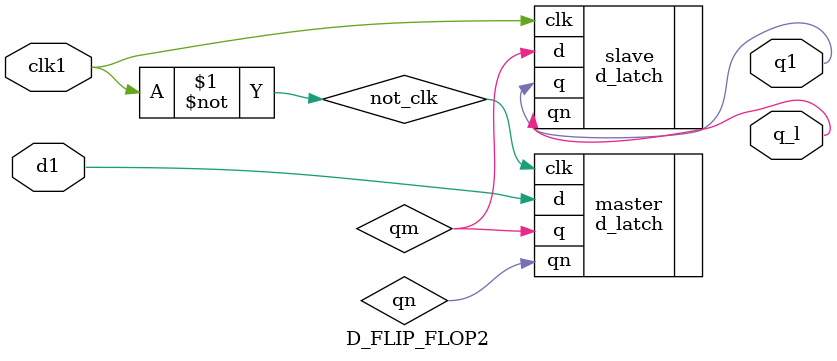
<source format=v>
`timescale 1ns / 1ps
module D_FLIP_FLOP2(d1, q1, clk1, q_l);
	input d1, clk1;
	output q1, q_l;
	
	not(not_clk, clk1);

	d_latch master(.d(d1), .q(qm), .qn(qn), .clk(not_clk));
	d_latch slave(.d(qm), .q(q1), .qn(q_l), .clk(clk1));

endmodule

</source>
